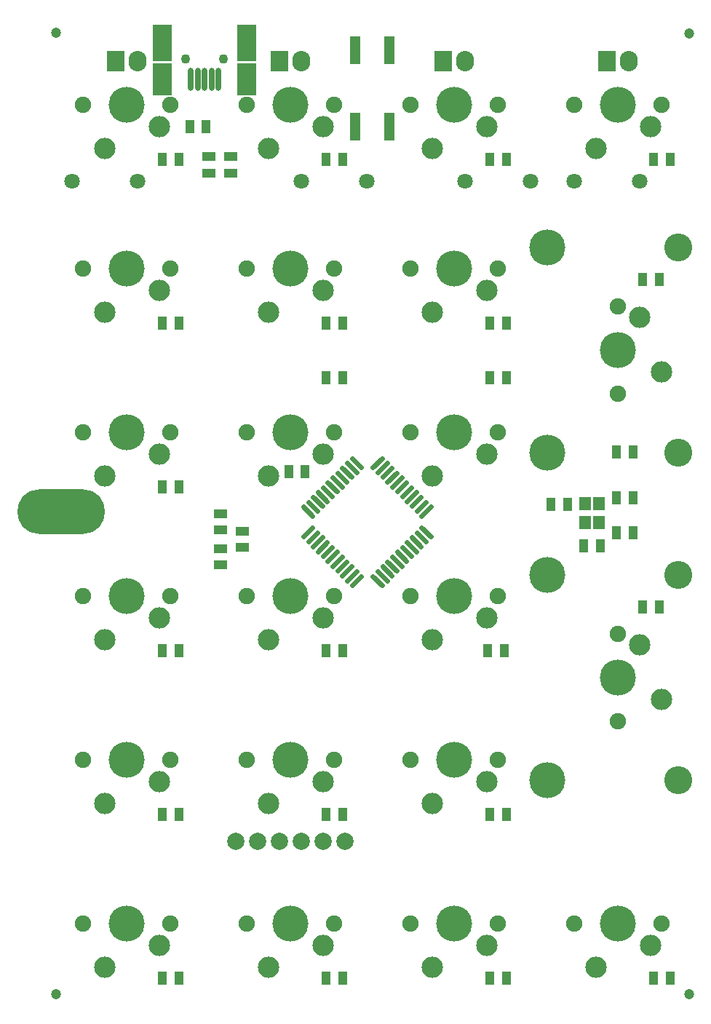
<source format=gbs>
G04 (created by PCBNEW (2013-02-13 BZR 3947)-testing) date 9/17/2013 2:51:26 PM*
%MOIN*%
G04 Gerber Fmt 3.4, Leading zero omitted, Abs format*
%FSLAX34Y34*%
G01*
G70*
G90*
G04 APERTURE LIST*
%ADD10C,0*%
%ADD11O,0.4017X0.2049*%
%ADD12R,0.0473701X0.130047*%
%ADD13R,0.0887X0.1655*%
%ADD14R,0.0887X0.1458*%
%ADD15O,0.0277008X0.106425*%
%ADD16C,0.0434331*%
%ADD17R,0.0533X0.0631*%
%ADD18C,0.024*%
%ADD19R,0.043X0.063*%
%ADD20R,0.063X0.043*%
%ADD21C,0.0788661*%
%ADD22C,0.0709921*%
%ADD23C,0.098*%
%ADD24C,0.165*%
%ADD25C,0.075*%
%ADD26O,0.083X0.093*%
%ADD27R,0.083X0.093*%
%ADD28C,0.0473701*%
%ADD29C,0.128*%
G04 APERTURE END LIST*
G54D10*
G54D11*
X574Y-22244D03*
G54D12*
X15639Y-4623D03*
X14064Y-1119D03*
X15638Y-1119D03*
X14064Y-4623D03*
G54D13*
X9104Y-775D03*
X5226Y-775D03*
G54D14*
X5226Y-2449D03*
X9104Y-2449D03*
G54D15*
X7165Y-2449D03*
X6850Y-2449D03*
X6535Y-2449D03*
X7480Y-2449D03*
X7795Y-2449D03*
G54D16*
X6299Y-1523D03*
X8031Y-1523D03*
G54D17*
X24586Y-21887D03*
X24586Y-22753D03*
X25216Y-21887D03*
X25216Y-22753D03*
G54D18*
X15984Y-24103D02*
X16400Y-24519D01*
X15761Y-24326D02*
X16177Y-24742D01*
X15539Y-24549D02*
X15954Y-24965D01*
X15316Y-24772D02*
X15732Y-25187D01*
X15093Y-24994D02*
X15509Y-25410D01*
X14870Y-25217D02*
X15286Y-25633D01*
X16207Y-23881D02*
X16622Y-24297D01*
X16429Y-23658D02*
X16845Y-24074D01*
X16652Y-23435D02*
X17068Y-23851D01*
X16875Y-23213D02*
X17291Y-23628D01*
X17098Y-22990D02*
X17513Y-23406D01*
X12802Y-20921D02*
X13218Y-21337D01*
X12579Y-21144D02*
X12995Y-21560D01*
X12357Y-21367D02*
X12772Y-21783D01*
X12134Y-21590D02*
X12550Y-22005D01*
X11911Y-21812D02*
X12327Y-22228D01*
X11688Y-22035D02*
X12104Y-22451D01*
X13025Y-20699D02*
X13441Y-21115D01*
X13247Y-20476D02*
X13663Y-20892D01*
X13470Y-20253D02*
X13886Y-20669D01*
X13693Y-20031D02*
X14109Y-20446D01*
X13916Y-19808D02*
X14331Y-20224D01*
X12802Y-24519D02*
X13218Y-24103D01*
X15984Y-21337D02*
X16400Y-20921D01*
X12579Y-24297D02*
X12995Y-23881D01*
X15761Y-21115D02*
X16177Y-20699D01*
X15539Y-20892D02*
X15954Y-20476D01*
X12357Y-24074D02*
X12772Y-23658D01*
X12134Y-23851D02*
X12550Y-23435D01*
X15316Y-20669D02*
X15732Y-20253D01*
X15093Y-20446D02*
X15509Y-20031D01*
X11911Y-23628D02*
X12327Y-23213D01*
X11688Y-23406D02*
X12104Y-22990D01*
X14870Y-20224D02*
X15286Y-19808D01*
X16207Y-21560D02*
X16622Y-21144D01*
X13025Y-24742D02*
X13441Y-24326D01*
X13247Y-24965D02*
X13663Y-24549D01*
X16429Y-21783D02*
X16845Y-21367D01*
X16652Y-22005D02*
X17068Y-21590D01*
X13470Y-25187D02*
X13886Y-24772D01*
X13693Y-25410D02*
X14109Y-24994D01*
X16875Y-22228D02*
X17291Y-21812D01*
X17098Y-22451D02*
X17513Y-22035D01*
X13916Y-25633D02*
X14331Y-25217D01*
G54D19*
X6476Y-4621D03*
X7226Y-4621D03*
X26026Y-21620D03*
X26776Y-21620D03*
X26026Y-23220D03*
X26776Y-23220D03*
G54D20*
X8901Y-23145D03*
X8901Y-23895D03*
G54D19*
X11771Y-20434D03*
X11021Y-20434D03*
X24526Y-23820D03*
X25276Y-23820D03*
X23026Y-21920D03*
X23776Y-21920D03*
G54D20*
X7351Y-6746D03*
X7351Y-5996D03*
X8351Y-6746D03*
X8351Y-5996D03*
X7901Y-24695D03*
X7901Y-23945D03*
G54D19*
X26026Y-19520D03*
X26776Y-19520D03*
G54D20*
X7901Y-23095D03*
X7901Y-22345D03*
G54D19*
X28476Y-43620D03*
X27726Y-43620D03*
X20976Y-43620D03*
X20226Y-43620D03*
X27976Y-26620D03*
X27226Y-26620D03*
X27976Y-11621D03*
X27226Y-11621D03*
X28476Y-6121D03*
X27726Y-6121D03*
X20876Y-28620D03*
X20126Y-28620D03*
X20976Y-16120D03*
X20226Y-16120D03*
X20976Y-13621D03*
X20226Y-13621D03*
X20976Y-6121D03*
X20226Y-6121D03*
G54D21*
X12601Y-37370D03*
X10601Y-37370D03*
X8601Y-37370D03*
X11601Y-37370D03*
X9601Y-37370D03*
X13601Y-37370D03*
G54D22*
X1101Y-7121D03*
X4101Y-7121D03*
G54D23*
X17601Y-43120D03*
X20101Y-42120D03*
G54D24*
X18601Y-41120D03*
G54D25*
X20601Y-41120D03*
X16601Y-41120D03*
G54D23*
X17601Y-28120D03*
X20101Y-27120D03*
G54D24*
X18601Y-26120D03*
G54D25*
X20601Y-26120D03*
X16601Y-26120D03*
G54D23*
X17601Y-13121D03*
X20101Y-12121D03*
G54D24*
X18601Y-11121D03*
G54D25*
X20601Y-11121D03*
X16601Y-11121D03*
G54D23*
X25101Y-5622D03*
X27601Y-4622D03*
G54D24*
X26101Y-3622D03*
G54D25*
X28101Y-3622D03*
X24101Y-3622D03*
G54D23*
X17601Y-5622D03*
X20101Y-4622D03*
G54D24*
X18601Y-3622D03*
G54D25*
X20601Y-3622D03*
X16601Y-3622D03*
G54D23*
X17601Y-20620D03*
X20101Y-19620D03*
G54D24*
X18601Y-18620D03*
G54D25*
X20601Y-18620D03*
X16601Y-18620D03*
G54D23*
X25101Y-43120D03*
X27601Y-42120D03*
G54D24*
X26101Y-41120D03*
G54D25*
X28101Y-41120D03*
X24101Y-41120D03*
G54D26*
X26601Y-1621D03*
G54D27*
X25601Y-1621D03*
G54D26*
X4101Y-1621D03*
G54D27*
X3101Y-1621D03*
G54D28*
X351Y-44370D03*
X29351Y-371D03*
X29351Y-44370D03*
X351Y-322D03*
G54D19*
X13476Y-28620D03*
X12726Y-28620D03*
X13476Y-43620D03*
X12726Y-43620D03*
X5976Y-43620D03*
X5226Y-43620D03*
X20976Y-36120D03*
X20226Y-36120D03*
X13476Y-36120D03*
X12726Y-36120D03*
X5976Y-36120D03*
X5226Y-36120D03*
X5976Y-21120D03*
X5226Y-21120D03*
X5976Y-6121D03*
X5226Y-6121D03*
X13476Y-16120D03*
X12726Y-16120D03*
X13476Y-13621D03*
X12726Y-13621D03*
X5976Y-28620D03*
X5226Y-28620D03*
X5976Y-13621D03*
X5226Y-13621D03*
X13476Y-6121D03*
X12726Y-6121D03*
G54D23*
X2601Y-5621D03*
X5101Y-4621D03*
G54D24*
X3601Y-3621D03*
G54D25*
X5601Y-3621D03*
X1601Y-3621D03*
G54D23*
X2601Y-28120D03*
X5101Y-27120D03*
G54D24*
X3601Y-26120D03*
G54D25*
X5601Y-26120D03*
X1601Y-26120D03*
G54D23*
X10101Y-28120D03*
X12601Y-27120D03*
G54D24*
X11101Y-26120D03*
G54D25*
X13101Y-26120D03*
X9101Y-26120D03*
G54D23*
X10101Y-35620D03*
X12601Y-34620D03*
G54D24*
X11101Y-33620D03*
G54D25*
X13101Y-33620D03*
X9101Y-33620D03*
G54D23*
X17601Y-35620D03*
X20101Y-34620D03*
G54D24*
X18601Y-33620D03*
G54D25*
X20601Y-33620D03*
X16601Y-33620D03*
G54D23*
X2601Y-35620D03*
X5101Y-34620D03*
G54D24*
X3601Y-33620D03*
G54D25*
X5601Y-33620D03*
X1601Y-33620D03*
G54D23*
X10101Y-20620D03*
X12601Y-19620D03*
G54D24*
X11101Y-18620D03*
G54D25*
X13101Y-18620D03*
X9101Y-18620D03*
G54D23*
X2601Y-20620D03*
X5101Y-19620D03*
G54D24*
X3601Y-18620D03*
G54D25*
X5601Y-18620D03*
X1601Y-18620D03*
G54D23*
X10101Y-13121D03*
X12601Y-12121D03*
G54D24*
X11101Y-11121D03*
G54D25*
X13101Y-11121D03*
X9101Y-11121D03*
G54D23*
X10101Y-43120D03*
X12601Y-42120D03*
G54D24*
X11101Y-41120D03*
G54D25*
X13101Y-41120D03*
X9101Y-41120D03*
G54D23*
X2601Y-43120D03*
X5101Y-42120D03*
G54D24*
X3601Y-41120D03*
G54D25*
X5601Y-41120D03*
X1601Y-41120D03*
G54D23*
X2601Y-13121D03*
X5101Y-12121D03*
G54D24*
X3601Y-11121D03*
G54D25*
X5601Y-11121D03*
X1601Y-11121D03*
G54D23*
X10101Y-5621D03*
X12601Y-4621D03*
G54D24*
X11101Y-3621D03*
G54D25*
X13101Y-3621D03*
X9101Y-3621D03*
G54D23*
X28101Y-15870D03*
X27101Y-13370D03*
G54D24*
X26101Y-14870D03*
G54D25*
X26101Y-12870D03*
X26101Y-16870D03*
G54D29*
X28851Y-10170D03*
X28851Y-19570D03*
G54D24*
X22851Y-10170D03*
X22851Y-19570D03*
G54D23*
X28101Y-30870D03*
X27101Y-28370D03*
G54D24*
X26101Y-29870D03*
G54D25*
X26101Y-27870D03*
X26101Y-31870D03*
G54D29*
X28851Y-25170D03*
X28851Y-34570D03*
G54D24*
X22851Y-25170D03*
X22851Y-34570D03*
G54D22*
X24101Y-7121D03*
X27101Y-7121D03*
X14601Y-7121D03*
X11601Y-7121D03*
X22101Y-7121D03*
X19101Y-7121D03*
G54D26*
X11601Y-1621D03*
G54D27*
X10601Y-1621D03*
G54D26*
X19101Y-1621D03*
G54D27*
X18101Y-1621D03*
M02*

</source>
